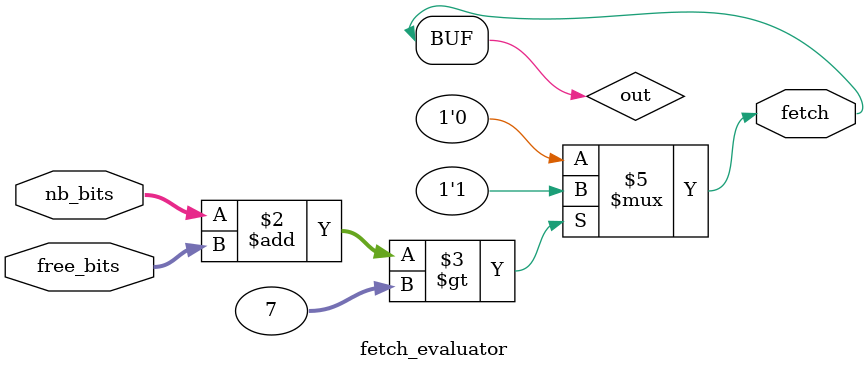
<source format=v>
`timescale 1ns / 1ps


module fetch_evaluator(
    input [2:0] nb_bits,
    input [2:0] free_bits,
    output fetch
    );
    
    reg out;
    
    always @ (*) begin
        if (nb_bits + free_bits > 7) begin
            out = 1'b1;
        end
        else begin
            out = 1'b0;
        end
    end
    
    assign fetch = out;
    
endmodule

</source>
